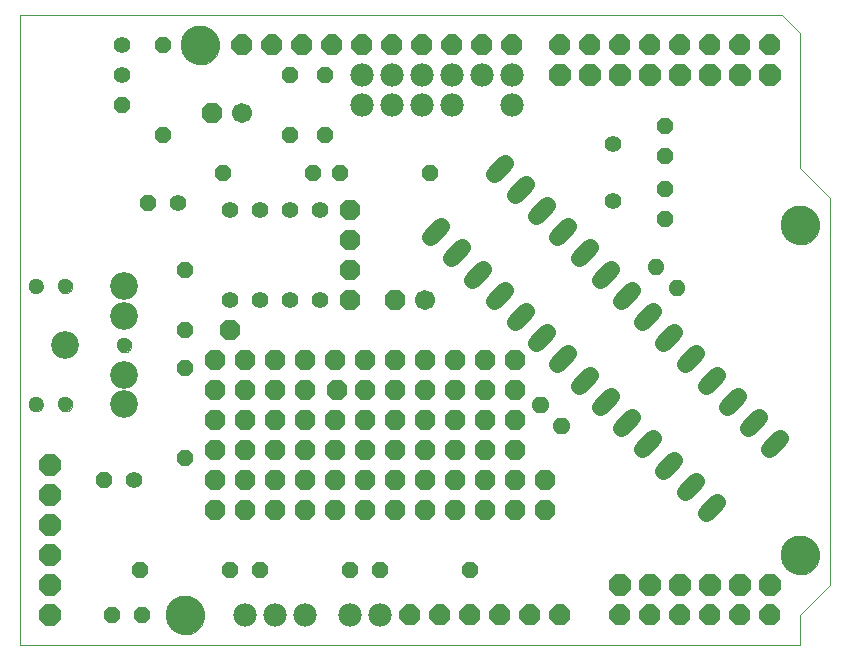
<source format=gbs>
G75*
G70*
%OFA0B0*%
%FSLAX24Y24*%
%IPPOS*%
%LPD*%
%AMOC8*
5,1,8,0,0,1.08239X$1,22.5*
%
%ADD10C,0.0000*%
%ADD11C,0.1300*%
%ADD12C,0.0560*%
%ADD13OC8,0.0560*%
%ADD14OC8,0.0670*%
%ADD15C,0.0670*%
%ADD16OC8,0.0700*%
%ADD17C,0.0112*%
%ADD18OC8,0.0740*%
%ADD19OC8,0.0555*%
%ADD20C,0.0555*%
%ADD21C,0.0780*%
%ADD22C,0.0926*%
%ADD23C,0.0512*%
%ADD24C,0.0560*%
D10*
X001199Y000500D02*
X001199Y021496D01*
X026599Y021501D01*
X027199Y020900D01*
X027199Y016400D01*
X028199Y015400D01*
X028199Y002500D01*
X027199Y001500D01*
X027199Y000500D01*
X001199Y000500D01*
X006069Y001500D02*
X006071Y001550D01*
X006077Y001600D01*
X006087Y001649D01*
X006101Y001697D01*
X006118Y001744D01*
X006139Y001789D01*
X006164Y001833D01*
X006192Y001874D01*
X006224Y001913D01*
X006258Y001950D01*
X006295Y001984D01*
X006335Y002014D01*
X006377Y002041D01*
X006421Y002065D01*
X006467Y002086D01*
X006514Y002102D01*
X006562Y002115D01*
X006612Y002124D01*
X006661Y002129D01*
X006712Y002130D01*
X006762Y002127D01*
X006811Y002120D01*
X006860Y002109D01*
X006908Y002094D01*
X006954Y002076D01*
X006999Y002054D01*
X007042Y002028D01*
X007083Y001999D01*
X007122Y001967D01*
X007158Y001932D01*
X007190Y001894D01*
X007220Y001854D01*
X007247Y001811D01*
X007270Y001767D01*
X007289Y001721D01*
X007305Y001673D01*
X007317Y001624D01*
X007325Y001575D01*
X007329Y001525D01*
X007329Y001475D01*
X007325Y001425D01*
X007317Y001376D01*
X007305Y001327D01*
X007289Y001279D01*
X007270Y001233D01*
X007247Y001189D01*
X007220Y001146D01*
X007190Y001106D01*
X007158Y001068D01*
X007122Y001033D01*
X007083Y001001D01*
X007042Y000972D01*
X006999Y000946D01*
X006954Y000924D01*
X006908Y000906D01*
X006860Y000891D01*
X006811Y000880D01*
X006762Y000873D01*
X006712Y000870D01*
X006661Y000871D01*
X006612Y000876D01*
X006562Y000885D01*
X006514Y000898D01*
X006467Y000914D01*
X006421Y000935D01*
X006377Y000959D01*
X006335Y000986D01*
X006295Y001016D01*
X006258Y001050D01*
X006224Y001087D01*
X006192Y001126D01*
X006164Y001167D01*
X006139Y001211D01*
X006118Y001256D01*
X006101Y001303D01*
X006087Y001351D01*
X006077Y001400D01*
X006071Y001450D01*
X006069Y001500D01*
X002463Y008531D02*
X002465Y008561D01*
X002471Y008591D01*
X002480Y008620D01*
X002493Y008647D01*
X002510Y008672D01*
X002529Y008695D01*
X002552Y008716D01*
X002577Y008733D01*
X002603Y008747D01*
X002632Y008757D01*
X002661Y008764D01*
X002691Y008767D01*
X002722Y008766D01*
X002752Y008761D01*
X002781Y008752D01*
X002808Y008740D01*
X002834Y008725D01*
X002858Y008706D01*
X002879Y008684D01*
X002897Y008660D01*
X002912Y008633D01*
X002923Y008605D01*
X002931Y008576D01*
X002935Y008546D01*
X002935Y008516D01*
X002931Y008486D01*
X002923Y008457D01*
X002912Y008429D01*
X002897Y008402D01*
X002879Y008378D01*
X002858Y008356D01*
X002834Y008337D01*
X002808Y008322D01*
X002781Y008310D01*
X002752Y008301D01*
X002722Y008296D01*
X002691Y008295D01*
X002661Y008298D01*
X002632Y008305D01*
X002603Y008315D01*
X002577Y008329D01*
X002552Y008346D01*
X002529Y008367D01*
X002510Y008390D01*
X002493Y008415D01*
X002480Y008442D01*
X002471Y008471D01*
X002465Y008501D01*
X002463Y008531D01*
X001479Y008531D02*
X001481Y008561D01*
X001487Y008591D01*
X001496Y008620D01*
X001509Y008647D01*
X001526Y008672D01*
X001545Y008695D01*
X001568Y008716D01*
X001593Y008733D01*
X001619Y008747D01*
X001648Y008757D01*
X001677Y008764D01*
X001707Y008767D01*
X001738Y008766D01*
X001768Y008761D01*
X001797Y008752D01*
X001824Y008740D01*
X001850Y008725D01*
X001874Y008706D01*
X001895Y008684D01*
X001913Y008660D01*
X001928Y008633D01*
X001939Y008605D01*
X001947Y008576D01*
X001951Y008546D01*
X001951Y008516D01*
X001947Y008486D01*
X001939Y008457D01*
X001928Y008429D01*
X001913Y008402D01*
X001895Y008378D01*
X001874Y008356D01*
X001850Y008337D01*
X001824Y008322D01*
X001797Y008310D01*
X001768Y008301D01*
X001738Y008296D01*
X001707Y008295D01*
X001677Y008298D01*
X001648Y008305D01*
X001619Y008315D01*
X001593Y008329D01*
X001568Y008346D01*
X001545Y008367D01*
X001526Y008390D01*
X001509Y008415D01*
X001496Y008442D01*
X001487Y008471D01*
X001481Y008501D01*
X001479Y008531D01*
X004432Y010500D02*
X004434Y010530D01*
X004440Y010560D01*
X004449Y010589D01*
X004462Y010616D01*
X004479Y010641D01*
X004498Y010664D01*
X004521Y010685D01*
X004546Y010702D01*
X004572Y010716D01*
X004601Y010726D01*
X004630Y010733D01*
X004660Y010736D01*
X004691Y010735D01*
X004721Y010730D01*
X004750Y010721D01*
X004777Y010709D01*
X004803Y010694D01*
X004827Y010675D01*
X004848Y010653D01*
X004866Y010629D01*
X004881Y010602D01*
X004892Y010574D01*
X004900Y010545D01*
X004904Y010515D01*
X004904Y010485D01*
X004900Y010455D01*
X004892Y010426D01*
X004881Y010398D01*
X004866Y010371D01*
X004848Y010347D01*
X004827Y010325D01*
X004803Y010306D01*
X004777Y010291D01*
X004750Y010279D01*
X004721Y010270D01*
X004691Y010265D01*
X004660Y010264D01*
X004630Y010267D01*
X004601Y010274D01*
X004572Y010284D01*
X004546Y010298D01*
X004521Y010315D01*
X004498Y010336D01*
X004479Y010359D01*
X004462Y010384D01*
X004449Y010411D01*
X004440Y010440D01*
X004434Y010470D01*
X004432Y010500D01*
X002463Y012469D02*
X002465Y012499D01*
X002471Y012529D01*
X002480Y012558D01*
X002493Y012585D01*
X002510Y012610D01*
X002529Y012633D01*
X002552Y012654D01*
X002577Y012671D01*
X002603Y012685D01*
X002632Y012695D01*
X002661Y012702D01*
X002691Y012705D01*
X002722Y012704D01*
X002752Y012699D01*
X002781Y012690D01*
X002808Y012678D01*
X002834Y012663D01*
X002858Y012644D01*
X002879Y012622D01*
X002897Y012598D01*
X002912Y012571D01*
X002923Y012543D01*
X002931Y012514D01*
X002935Y012484D01*
X002935Y012454D01*
X002931Y012424D01*
X002923Y012395D01*
X002912Y012367D01*
X002897Y012340D01*
X002879Y012316D01*
X002858Y012294D01*
X002834Y012275D01*
X002808Y012260D01*
X002781Y012248D01*
X002752Y012239D01*
X002722Y012234D01*
X002691Y012233D01*
X002661Y012236D01*
X002632Y012243D01*
X002603Y012253D01*
X002577Y012267D01*
X002552Y012284D01*
X002529Y012305D01*
X002510Y012328D01*
X002493Y012353D01*
X002480Y012380D01*
X002471Y012409D01*
X002465Y012439D01*
X002463Y012469D01*
X001479Y012469D02*
X001481Y012499D01*
X001487Y012529D01*
X001496Y012558D01*
X001509Y012585D01*
X001526Y012610D01*
X001545Y012633D01*
X001568Y012654D01*
X001593Y012671D01*
X001619Y012685D01*
X001648Y012695D01*
X001677Y012702D01*
X001707Y012705D01*
X001738Y012704D01*
X001768Y012699D01*
X001797Y012690D01*
X001824Y012678D01*
X001850Y012663D01*
X001874Y012644D01*
X001895Y012622D01*
X001913Y012598D01*
X001928Y012571D01*
X001939Y012543D01*
X001947Y012514D01*
X001951Y012484D01*
X001951Y012454D01*
X001947Y012424D01*
X001939Y012395D01*
X001928Y012367D01*
X001913Y012340D01*
X001895Y012316D01*
X001874Y012294D01*
X001850Y012275D01*
X001824Y012260D01*
X001797Y012248D01*
X001768Y012239D01*
X001738Y012234D01*
X001707Y012233D01*
X001677Y012236D01*
X001648Y012243D01*
X001619Y012253D01*
X001593Y012267D01*
X001568Y012284D01*
X001545Y012305D01*
X001526Y012328D01*
X001509Y012353D01*
X001496Y012380D01*
X001487Y012409D01*
X001481Y012439D01*
X001479Y012469D01*
X006569Y020500D02*
X006571Y020550D01*
X006577Y020600D01*
X006587Y020649D01*
X006601Y020697D01*
X006618Y020744D01*
X006639Y020789D01*
X006664Y020833D01*
X006692Y020874D01*
X006724Y020913D01*
X006758Y020950D01*
X006795Y020984D01*
X006835Y021014D01*
X006877Y021041D01*
X006921Y021065D01*
X006967Y021086D01*
X007014Y021102D01*
X007062Y021115D01*
X007112Y021124D01*
X007161Y021129D01*
X007212Y021130D01*
X007262Y021127D01*
X007311Y021120D01*
X007360Y021109D01*
X007408Y021094D01*
X007454Y021076D01*
X007499Y021054D01*
X007542Y021028D01*
X007583Y020999D01*
X007622Y020967D01*
X007658Y020932D01*
X007690Y020894D01*
X007720Y020854D01*
X007747Y020811D01*
X007770Y020767D01*
X007789Y020721D01*
X007805Y020673D01*
X007817Y020624D01*
X007825Y020575D01*
X007829Y020525D01*
X007829Y020475D01*
X007825Y020425D01*
X007817Y020376D01*
X007805Y020327D01*
X007789Y020279D01*
X007770Y020233D01*
X007747Y020189D01*
X007720Y020146D01*
X007690Y020106D01*
X007658Y020068D01*
X007622Y020033D01*
X007583Y020001D01*
X007542Y019972D01*
X007499Y019946D01*
X007454Y019924D01*
X007408Y019906D01*
X007360Y019891D01*
X007311Y019880D01*
X007262Y019873D01*
X007212Y019870D01*
X007161Y019871D01*
X007112Y019876D01*
X007062Y019885D01*
X007014Y019898D01*
X006967Y019914D01*
X006921Y019935D01*
X006877Y019959D01*
X006835Y019986D01*
X006795Y020016D01*
X006758Y020050D01*
X006724Y020087D01*
X006692Y020126D01*
X006664Y020167D01*
X006639Y020211D01*
X006618Y020256D01*
X006601Y020303D01*
X006587Y020351D01*
X006577Y020400D01*
X006571Y020450D01*
X006569Y020500D01*
X026569Y014500D02*
X026571Y014550D01*
X026577Y014600D01*
X026587Y014649D01*
X026601Y014697D01*
X026618Y014744D01*
X026639Y014789D01*
X026664Y014833D01*
X026692Y014874D01*
X026724Y014913D01*
X026758Y014950D01*
X026795Y014984D01*
X026835Y015014D01*
X026877Y015041D01*
X026921Y015065D01*
X026967Y015086D01*
X027014Y015102D01*
X027062Y015115D01*
X027112Y015124D01*
X027161Y015129D01*
X027212Y015130D01*
X027262Y015127D01*
X027311Y015120D01*
X027360Y015109D01*
X027408Y015094D01*
X027454Y015076D01*
X027499Y015054D01*
X027542Y015028D01*
X027583Y014999D01*
X027622Y014967D01*
X027658Y014932D01*
X027690Y014894D01*
X027720Y014854D01*
X027747Y014811D01*
X027770Y014767D01*
X027789Y014721D01*
X027805Y014673D01*
X027817Y014624D01*
X027825Y014575D01*
X027829Y014525D01*
X027829Y014475D01*
X027825Y014425D01*
X027817Y014376D01*
X027805Y014327D01*
X027789Y014279D01*
X027770Y014233D01*
X027747Y014189D01*
X027720Y014146D01*
X027690Y014106D01*
X027658Y014068D01*
X027622Y014033D01*
X027583Y014001D01*
X027542Y013972D01*
X027499Y013946D01*
X027454Y013924D01*
X027408Y013906D01*
X027360Y013891D01*
X027311Y013880D01*
X027262Y013873D01*
X027212Y013870D01*
X027161Y013871D01*
X027112Y013876D01*
X027062Y013885D01*
X027014Y013898D01*
X026967Y013914D01*
X026921Y013935D01*
X026877Y013959D01*
X026835Y013986D01*
X026795Y014016D01*
X026758Y014050D01*
X026724Y014087D01*
X026692Y014126D01*
X026664Y014167D01*
X026639Y014211D01*
X026618Y014256D01*
X026601Y014303D01*
X026587Y014351D01*
X026577Y014400D01*
X026571Y014450D01*
X026569Y014500D01*
X026569Y003500D02*
X026571Y003550D01*
X026577Y003600D01*
X026587Y003649D01*
X026601Y003697D01*
X026618Y003744D01*
X026639Y003789D01*
X026664Y003833D01*
X026692Y003874D01*
X026724Y003913D01*
X026758Y003950D01*
X026795Y003984D01*
X026835Y004014D01*
X026877Y004041D01*
X026921Y004065D01*
X026967Y004086D01*
X027014Y004102D01*
X027062Y004115D01*
X027112Y004124D01*
X027161Y004129D01*
X027212Y004130D01*
X027262Y004127D01*
X027311Y004120D01*
X027360Y004109D01*
X027408Y004094D01*
X027454Y004076D01*
X027499Y004054D01*
X027542Y004028D01*
X027583Y003999D01*
X027622Y003967D01*
X027658Y003932D01*
X027690Y003894D01*
X027720Y003854D01*
X027747Y003811D01*
X027770Y003767D01*
X027789Y003721D01*
X027805Y003673D01*
X027817Y003624D01*
X027825Y003575D01*
X027829Y003525D01*
X027829Y003475D01*
X027825Y003425D01*
X027817Y003376D01*
X027805Y003327D01*
X027789Y003279D01*
X027770Y003233D01*
X027747Y003189D01*
X027720Y003146D01*
X027690Y003106D01*
X027658Y003068D01*
X027622Y003033D01*
X027583Y003001D01*
X027542Y002972D01*
X027499Y002946D01*
X027454Y002924D01*
X027408Y002906D01*
X027360Y002891D01*
X027311Y002880D01*
X027262Y002873D01*
X027212Y002870D01*
X027161Y002871D01*
X027112Y002876D01*
X027062Y002885D01*
X027014Y002898D01*
X026967Y002914D01*
X026921Y002935D01*
X026877Y002959D01*
X026835Y002986D01*
X026795Y003016D01*
X026758Y003050D01*
X026724Y003087D01*
X026692Y003126D01*
X026664Y003167D01*
X026639Y003211D01*
X026618Y003256D01*
X026601Y003303D01*
X026587Y003351D01*
X026577Y003400D01*
X026571Y003450D01*
X026569Y003500D01*
D11*
X027199Y003500D03*
X027199Y014500D03*
X007199Y020500D03*
X006699Y001500D03*
D12*
X004999Y006000D03*
X008199Y012000D03*
X009199Y012000D03*
X010199Y012000D03*
X011199Y012000D03*
X011199Y015000D03*
X010199Y015000D03*
X009199Y015000D03*
X008199Y015000D03*
X006449Y015250D03*
X020949Y015300D03*
X020949Y017200D03*
D13*
X022699Y016800D03*
X022699Y017800D03*
X022699Y015700D03*
X022699Y014700D03*
X014849Y016250D03*
X011849Y016250D03*
X010949Y016250D03*
X011349Y017500D03*
X010199Y017500D03*
X007949Y016250D03*
X005949Y017500D03*
X005449Y015250D03*
X006699Y013000D03*
X006699Y011000D03*
X006699Y009750D03*
X006699Y006750D03*
X003999Y006000D03*
X005199Y003000D03*
X005249Y001500D03*
X004249Y001500D03*
X008199Y003000D03*
X009199Y003000D03*
X012199Y003000D03*
X013199Y003000D03*
X016199Y003000D03*
X011349Y019500D03*
X010199Y019500D03*
X005949Y020500D03*
D14*
X007599Y018250D03*
X012199Y015000D03*
X012199Y014000D03*
X012199Y013000D03*
X012199Y012000D03*
X013699Y012000D03*
X013699Y010000D03*
X014699Y010000D03*
X015699Y010000D03*
X016699Y010000D03*
X017699Y010000D03*
X017699Y009000D03*
X016699Y009000D03*
X015699Y009000D03*
X014699Y009000D03*
X013699Y009000D03*
X012699Y009000D03*
X011749Y009000D03*
X010699Y009000D03*
X009699Y009000D03*
X008699Y009000D03*
X007699Y009000D03*
X007699Y008000D03*
X008699Y008000D03*
X008699Y007000D03*
X007699Y007000D03*
X007699Y006000D03*
X008699Y006000D03*
X008699Y005000D03*
X007699Y005000D03*
X009699Y005000D03*
X010699Y005000D03*
X010699Y006000D03*
X009699Y006000D03*
X009699Y007000D03*
X010699Y007000D03*
X010699Y008000D03*
X009699Y008000D03*
X011699Y008000D03*
X012699Y008000D03*
X012699Y007000D03*
X011699Y007000D03*
X011699Y006000D03*
X012699Y006000D03*
X012699Y005000D03*
X011699Y005000D03*
X013699Y005000D03*
X014699Y005000D03*
X014699Y006000D03*
X013699Y006000D03*
X013699Y007000D03*
X014699Y007000D03*
X014699Y008000D03*
X013699Y008000D03*
X015699Y008000D03*
X016699Y008000D03*
X016699Y007000D03*
X015699Y007000D03*
X015699Y006000D03*
X016699Y006000D03*
X016699Y005000D03*
X015699Y005000D03*
X017699Y005000D03*
X018699Y005000D03*
X018699Y006000D03*
X017699Y006000D03*
X017699Y007000D03*
X017699Y008000D03*
X012699Y010000D03*
X011699Y010000D03*
X010699Y010000D03*
X009699Y010000D03*
X008699Y010000D03*
X007699Y010000D03*
X008199Y011000D03*
D15*
X014699Y012000D03*
X008599Y018250D03*
D16*
X008599Y020500D03*
X009599Y020500D03*
X010599Y020500D03*
X011599Y020500D03*
X012599Y020500D03*
X013599Y020500D03*
X014599Y020500D03*
X015599Y020500D03*
X016599Y020500D03*
X017599Y020500D03*
X019199Y020500D03*
X020199Y020500D03*
X021199Y020500D03*
X022199Y020500D03*
X023199Y020500D03*
X024199Y020500D03*
X025199Y020500D03*
X026199Y020500D03*
X026199Y001500D03*
X025199Y001500D03*
X024199Y001500D03*
X023199Y001500D03*
X022199Y001500D03*
X021199Y001500D03*
X019199Y001500D03*
X018199Y001500D03*
X017199Y001500D03*
X016199Y001500D03*
X015199Y001500D03*
X014199Y001500D03*
D17*
X019265Y007654D02*
X019321Y007598D01*
X019135Y007598D01*
X019005Y007728D01*
X019005Y007914D01*
X019135Y008044D01*
X019321Y008044D01*
X019451Y007914D01*
X019451Y007728D01*
X019321Y007598D01*
X019286Y007682D01*
X019170Y007682D01*
X019089Y007763D01*
X019089Y007879D01*
X019170Y007960D01*
X019286Y007960D01*
X019367Y007879D01*
X019367Y007763D01*
X019286Y007682D01*
X019251Y007766D01*
X019205Y007766D01*
X019173Y007798D01*
X019173Y007844D01*
X019205Y007876D01*
X019251Y007876D01*
X019283Y007844D01*
X019283Y007798D01*
X019251Y007766D01*
X018558Y008362D02*
X018614Y008306D01*
X018428Y008306D01*
X018298Y008436D01*
X018298Y008622D01*
X018428Y008752D01*
X018614Y008752D01*
X018744Y008622D01*
X018744Y008436D01*
X018614Y008306D01*
X018579Y008390D01*
X018463Y008390D01*
X018382Y008471D01*
X018382Y008587D01*
X018463Y008668D01*
X018579Y008668D01*
X018660Y008587D01*
X018660Y008471D01*
X018579Y008390D01*
X018544Y008474D01*
X018498Y008474D01*
X018466Y008506D01*
X018466Y008552D01*
X018498Y008584D01*
X018544Y008584D01*
X018576Y008552D01*
X018576Y008506D01*
X018544Y008474D01*
X023041Y012588D02*
X022985Y012644D01*
X023171Y012644D01*
X023301Y012514D01*
X023301Y012328D01*
X023171Y012198D01*
X022985Y012198D01*
X022855Y012328D01*
X022855Y012514D01*
X022985Y012644D01*
X023020Y012560D01*
X023136Y012560D01*
X023217Y012479D01*
X023217Y012363D01*
X023136Y012282D01*
X023020Y012282D01*
X022939Y012363D01*
X022939Y012479D01*
X023020Y012560D01*
X023055Y012476D01*
X023101Y012476D01*
X023133Y012444D01*
X023133Y012398D01*
X023101Y012366D01*
X023055Y012366D01*
X023023Y012398D01*
X023023Y012444D01*
X023055Y012476D01*
X022334Y013296D02*
X022278Y013352D01*
X022464Y013352D01*
X022594Y013222D01*
X022594Y013036D01*
X022464Y012906D01*
X022278Y012906D01*
X022148Y013036D01*
X022148Y013222D01*
X022278Y013352D01*
X022313Y013268D01*
X022429Y013268D01*
X022510Y013187D01*
X022510Y013071D01*
X022429Y012990D01*
X022313Y012990D01*
X022232Y013071D01*
X022232Y013187D01*
X022313Y013268D01*
X022348Y013184D01*
X022394Y013184D01*
X022426Y013152D01*
X022426Y013106D01*
X022394Y013074D01*
X022348Y013074D01*
X022316Y013106D01*
X022316Y013152D01*
X022348Y013184D01*
D18*
X022199Y019500D03*
X023199Y019500D03*
X024199Y019500D03*
X025199Y019500D03*
X026199Y019500D03*
X021199Y019500D03*
X020199Y019500D03*
X019199Y019500D03*
X002199Y006500D03*
X002199Y005500D03*
X002199Y004500D03*
X002199Y003500D03*
X002199Y002500D03*
X002199Y001500D03*
X021199Y002500D03*
X022199Y002500D03*
X023199Y002500D03*
X024199Y002500D03*
X025199Y002500D03*
X026199Y002500D03*
D19*
X004587Y018500D03*
D20*
X004587Y019500D03*
X004587Y020500D03*
D21*
X012599Y019500D03*
X013599Y019500D03*
X013599Y018500D03*
X012599Y018500D03*
X014599Y018500D03*
X015599Y018500D03*
X015599Y019500D03*
X014599Y019500D03*
X016599Y019500D03*
X017599Y019500D03*
X017599Y018500D03*
X013199Y001500D03*
X012199Y001500D03*
X010699Y001500D03*
X009699Y001500D03*
X008699Y001500D03*
D22*
X004668Y008531D03*
X004668Y009516D03*
X002699Y010500D03*
X004668Y011484D03*
X004668Y012469D03*
D23*
X002699Y012469D03*
X001715Y012469D03*
X004668Y010500D03*
X002699Y008531D03*
X001715Y008531D03*
D24*
X014858Y014102D02*
X015226Y014469D01*
X015933Y013762D02*
X015565Y013395D01*
X016273Y012687D02*
X016640Y013055D01*
X017347Y012348D02*
X016980Y011980D01*
X017687Y011273D02*
X018054Y011641D01*
X018762Y010934D02*
X018394Y010566D01*
X019101Y009859D02*
X019469Y010227D01*
X020176Y009520D02*
X019808Y009152D01*
X020515Y008445D02*
X020883Y008813D01*
X021590Y008105D02*
X021222Y007738D01*
X021929Y007031D02*
X022297Y007398D01*
X023004Y006691D02*
X022637Y006324D01*
X023344Y005616D02*
X023711Y005984D01*
X024418Y005277D02*
X024051Y004909D01*
X026172Y007031D02*
X026540Y007398D01*
X025833Y008105D02*
X025465Y007738D01*
X024758Y008445D02*
X025126Y008813D01*
X024418Y009520D02*
X024051Y009152D01*
X023344Y009859D02*
X023711Y010227D01*
X023004Y010934D02*
X022637Y010566D01*
X021929Y011273D02*
X022297Y011641D01*
X021590Y012348D02*
X021222Y011980D01*
X020515Y012687D02*
X020883Y013055D01*
X020176Y013762D02*
X019808Y013395D01*
X019101Y014102D02*
X019469Y014469D01*
X018762Y015176D02*
X018394Y014809D01*
X017687Y015516D02*
X018054Y015884D01*
X017347Y016591D02*
X016980Y016223D01*
M02*

</source>
